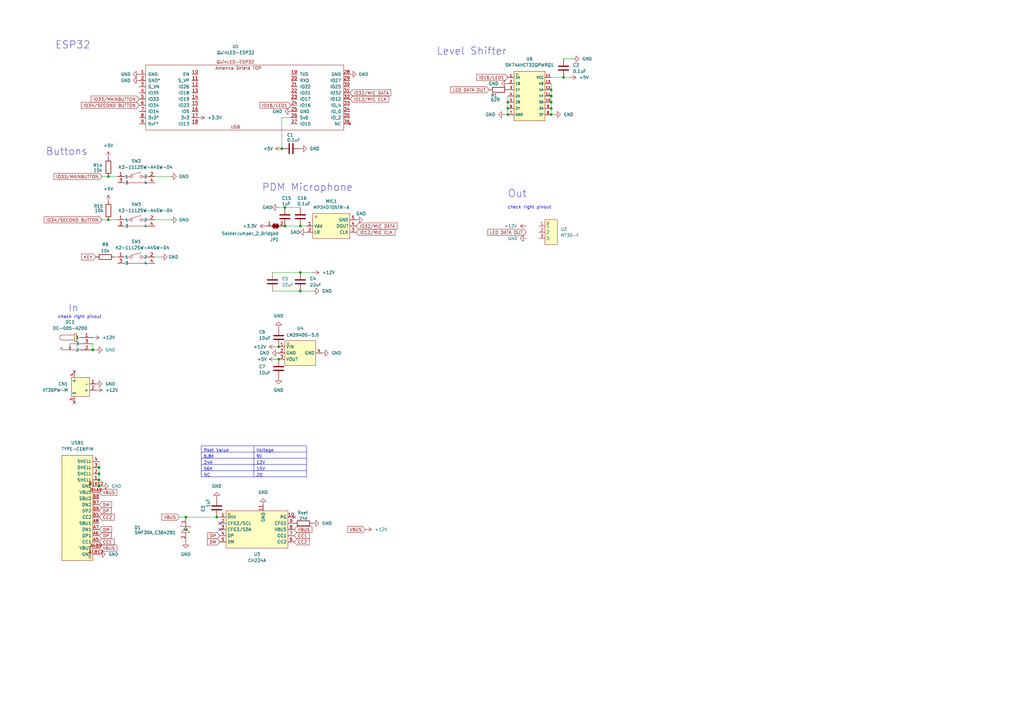
<source format=kicad_sch>
(kicad_sch (version 20250114) (generator "eeschema") (generator_version "9.0")
  (paper "A3")
  (lib_symbols
    (symbol "Device:C" (pin_numbers (hide yes)) (pin_names (offset 0.254))
      (property "Reference" "C" (at 0.635 2.54 0))
      (property "Value" "C" (at 0.635 -2.54 0))
      (symbol "C_0_1"
        (polyline (pts (xy -2.032 0.762) (xy 2.032 0.762)) (stroke (width 0.508)))
        (polyline (pts (xy -2.032 -0.762) (xy 2.032 -0.762)) (stroke (width 0.508)))
      )
      (symbol "C_1_1"
        (pin passive line (at 0 3.81 270) (length 2.794) (name "~") (number "1"))
        (pin passive line (at 0 -3.81 90) (length 2.794) (name "~") (number "2"))
      )
    )
    (symbol "Device:R" (pin_numbers (hide yes)) (pin_names (offset 0))
      (property "Reference" "R" (at 2.032 0 90))
      (property "Value" "R" (at 0 0 90))
      (symbol "R_0_1"
        (rectangle (start -1.016 -2.54) (end 1.016 2.54) (stroke (width 0.254)))
      )
      (symbol "R_1_1"
        (pin passive line (at 0 3.81 270) (length 1.27) (name "~") (number "1"))
        (pin passive line (at 0 -3.81 90) (length 1.27) (name "~") (number "2"))
      )
    )
    (symbol "GLOWINGKITTYPARTS:SN74AHCT32QPWRQ1"
      (property "Reference" "U" (at 0 1.27 0))
      (property "Value" "SN74AHCT32QPWRQ1" (at 0 -2.54 0))
      (symbol "SN74AHCT32QPWRQ1_0_0"
        (rectangle (start -6.35 -2.54) (end 6.35 -22.86) (fill (type background)))
        (circle (center -5.08 -3.81) (radius 0.381) (fill (type background)))
        (pin unspecified line (at -8.89 -5.08 0) (length 2.54) (name "1A") (number "1"))
        (pin unspecified line (at -8.89 -7.62 0) (length 2.54) (name "1B") (number "2"))
        (pin unspecified line (at -8.89 -10.16 0) (length 2.54) (name "1Y") (number "3"))
        (pin unspecified line (at -8.89 -12.7 0) (length 2.54) (name "2A") (number "4"))
        (pin unspecified line (at -8.89 -15.24 0) (length 2.54) (name "2B") (number "5"))
        (pin unspecified line (at -8.89 -17.78 0) (length 2.54) (name "2Y") (number "6"))
        (pin unspecified line (at -8.89 -20.32 0) (length 2.54) (name "GND") (number "7"))
        (pin unspecified line (at 8.89 -5.08 180) (length 2.54) (name "VCC") (number "14"))
        (pin unspecified line (at 8.89 -7.62 180) (length 2.54) (name "4B") (number "13"))
        (pin unspecified line (at 8.89 -10.16 180) (length 2.54) (name "4A") (number "12"))
        (pin unspecified line (at 8.89 -12.7 180) (length 2.54) (name "4Y") (number "11"))
        (pin unspecified line (at 8.89 -15.24 180) (length 2.54) (name "3B") (number "10"))
        (pin unspecified line (at 8.89 -17.78 180) (length 2.54) (name "3A") (number "9"))
        (pin unspecified line (at 8.89 -20.32 180) (length 2.54) (name "3Y") (number "8"))
      )
    )
    (symbol "GND_1" (power) (pin_numbers (hide yes)) (pin_names (offset 0) (hide yes))
      (property "Value" "GND" (at 0 -3.81 0))
      (symbol "GND_1_0_1"
        (polyline (pts (xy 0 0) (xy 0 -1.27) (xy 1.27 -1.27) (xy 0 -2.54) (xy -1.27 -1.27) (xy 0 -1.27)))
      )
      (symbol "GND_1_1_1"
        (pin power_in line (at 0 0 270) (length 0) (name "~") (number "1"))
      )
    )
    (symbol "Jumper:SolderJumper_2_Bridged" (pin_names (offset 0) (hide yes))
      (property "Reference" "JP" (at 0 2.032 0))
      (property "Value" "SolderJumper_2_Bridged" (at 0 -2.54 0))
      (symbol "SolderJumper_2_Bridged_0_1"
        (rectangle (start -0.508 0.508) (end 0.508 -0.508) (fill (type outline)))
        (polyline (pts (xy -0.254 1.016) (xy -0.254 -1.016)))
        (arc (start -0.254 -1.016) (mid -1.2656 0) (end -0.254 1.016))
        (arc (start -0.254 -1.016) (mid -1.2656 0) (end -0.254 1.016) (fill (type outline)))
        (arc (start 0.254 1.016) (mid 1.2656 0) (end 0.254 -1.016))
        (arc (start 0.254 1.016) (mid 1.2656 0) (end 0.254 -1.016) (fill (type outline)))
        (polyline (pts (xy 0.254 1.016) (xy 0.254 -1.016)))
      )
      (symbol "SolderJumper_2_Bridged_1_1"
        (pin passive line (at -3.81 0 0) (length 2.54) (name "A") (number "1"))
        (pin passive line (at 3.81 0 180) (length 2.54) (name "B") (number "2"))
      )
    )
    (symbol "easyeda2kicad:CH224A"
      (property "Reference" "U" (at 0 13.97 0))
      (property "Value" "CH224A" (at 0 -11.43 0))
      (symbol "CH224A_0_1"
        (rectangle (start -12.7 6.35) (end 12.7 -8.89) (fill (type background)))
        (circle (center -11.43 5.08) (radius 0.38))
        (pin unspecified line (at -15.24 3.81 0) (length 2.54) (name "VHV") (number "1"))
        (pin unspecified line (at -15.24 1.27 0) (length 2.54) (name "CFG2/SCL") (number "2"))
        (pin unspecified line (at -15.24 -1.27 0) (length 2.54) (name "CFG3/SDA") (number "3"))
        (pin unspecified line (at -15.24 -3.81 0) (length 2.54) (name "DP") (number "4"))
        (pin unspecified line (at -15.24 -6.35 0) (length 2.54) (name "DM") (number "5"))
        (pin unspecified line (at 2.54 8.89 270) (length 2.54) (name "GND") (number "11"))
        (pin unspecified line (at 15.24 3.81 180) (length 2.54) (name "PG") (number "10"))
        (pin unspecified line (at 15.24 1.27 180) (length 2.54) (name "CFG1") (number "9"))
        (pin unspecified line (at 15.24 -1.27 180) (length 2.54) (name "VBUS") (number "8"))
        (pin unspecified line (at 15.24 -3.81 180) (length 2.54) (name "CC1") (number "7"))
        (pin unspecified line (at 15.24 -6.35 180) (length 2.54) (name "CC2") (number "6"))
      )
    )
    (symbol "easyeda2kicad:DC-005-A200"
      (property "Reference" "DC1" (at -4.3011 8.89 0))
      (property "Value" "DC-005-A200" (at -4.3011 6.35 0))
      (symbol "DC-005-A200_0_1"
        (arc (start -7.62 1.52) (mid -8.6021 2.54) (end -7.62 3.56))
        (polyline (pts (xy -4.32 -2.54) (xy -4.06 -1.27)))
        (rectangle (start -2.54 4.06) (end -1.52 1.02) (fill (type background)))
        (polyline (pts (xy -2.54 3.56) (xy -7.62 3.56)))
        (polyline (pts (xy -2.54 1.52) (xy -7.62 1.52)))
        (polyline (pts (xy 0 2.54) (xy -1.52 2.54)))
        (polyline (pts (xy 0 0) (xy -4.32 0) (xy -4.32 -2.54) (xy -4.57 -1.27)))
        (polyline (pts (xy 0 -2.54) (xy -7.37 -2.54) (xy -7.87 -1.52) (xy -8.38 -2.54)))
        (pin unspecified line (at 5.08 2.54 180) (length 5.08) (name "1") (number "1"))
        (pin unspecified line (at 5.08 0 180) (length 5.08) (name "3") (number "3"))
        (pin unspecified line (at 5.08 -2.54 180) (length 5.08) (name "2") (number "2"))
      )
    )
    (symbol "easyeda2kicad:K2-1112SW-A4SW-04"
      (property "Reference" "SW" (at 0 5.08 0))
      (property "Value" "K2-1112SW-A4SW-04" (at 0 -7.62 0))
      (symbol "K2-1112SW-A4SW-04_0_1"
        (polyline (pts (xy -5.08 0) (xy -2.54 0)))
        (polyline (pts (xy -2.03 0.76) (xy 2.03 1.78) (xy 2.03 1.78)))
        (circle (center -2.03 0) (radius 0.51))
        (circle (center 2.03 0) (radius 0.51))
        (polyline (pts (xy 5.08 0) (xy 2.54 0)))
        (polyline (pts (xy 5.08 -2.54) (xy -5.08 -2.54)))
        (pin input line (at -7.62 0 0) (length 2.54) (name "1") (number "1"))
        (pin unspecified line (at -7.62 -2.54 0) (length 2.54) (name "3") (number "3"))
        (pin input line (at 7.62 0 180) (length 2.54) (name "2") (number "2"))
        (pin unspecified line (at 7.62 -2.54 180) (length 2.54) (name "4") (number "4"))
      )
    )
    (symbol "easyeda2kicad:LM2940S-5.0"
      (property "Reference" "U" (at 0 7.62 0))
      (property "Value" "LM2940S-5.0" (at 0 -7.62 0))
      (symbol "LM2940S-5.0_0_1"
        (rectangle (start -5.08 5.08) (end 7.62 -5.08) (fill (type background)))
        (circle (center -3.81 3.81) (radius 0.38))
        (pin unspecified line (at -7.62 2.54 0) (length 2.54) (name "VIN") (number "1"))
        (pin unspecified line (at -7.62 0 0) (length 2.54) (name "GND") (number "2"))
        (pin unspecified line (at -7.62 -2.54 0) (length 2.54) (name "VOUT") (number "3"))
        (pin unspecified line (at 10.16 0 180) (length 2.54) (name "GND") (number "4"))
      )
    )
    (symbol "easyeda2kicad:MP34DT05TR-A"
      (property "Reference" "MIC" (at 0 7.62 0))
      (property "Value" "MP34DT05TR-A" (at 0 -7.62 0))
      (symbol "MP34DT05TR-A_0_1"
        (rectangle (start -7.62 5.08) (end 7.62 -5.08) (fill (type background)))
        (circle (center -6.35 3.81) (radius 0.38))
        (pin unspecified line (at -10.16 0 0) (length 2.54) (name "Vdd") (number "1"))
        (pin unspecified line (at -10.16 -2.54 0) (length 2.54) (name "LR") (number "2"))
        (pin unspecified line (at 10.16 2.54 180) (length 2.54) (name "GND") (number "5"))
        (pin unspecified line (at 10.16 0 180) (length 2.54) (name "DOUT") (number "4"))
        (pin unspecified line (at 10.16 -2.54 180) (length 2.54) (name "CLK") (number "3"))
      )
    )
    (symbol "easyeda2kicad:MT30-F"
      (property "Reference" "U" (at 0 7.62 0))
      (property "Value" "MT30-F" (at 0 -7.62 0))
      (symbol "MT30-F_0_1"
        (rectangle (start 0 5.08) (end 5.08 -5.08) (fill (type background)))
        (circle (center 1.27 3.81) (radius 0.38))
        (pin unspecified line (at -2.54 2.54 0) (length 2.54) (name "1") (number "1"))
        (pin unspecified line (at -2.54 0 0) (length 2.54) (name "2") (number "2"))
        (pin unspecified line (at -2.54 -2.54 0) (length 2.54) (name "3") (number "3"))
      )
    )
    (symbol "easyeda2kicad:SMF30A_C364281"
      (property "Reference" "D" (at 0 5.08 0))
      (property "Value" "SMF30A_C364281" (at 0 -5.08 0))
      (symbol "SMF30A_C364281_0_1"
        (polyline (pts (xy -1.78 -2.03) (xy -1.27 -2.03) (xy -1.27 1.78) (xy -0.51 1.78)))
        (polyline (pts (xy 1.27 1.52) (xy -1.27 0) (xy 1.27 -1.78) (xy 1.27 1.52)) (fill (type background)))
        (pin unspecified line (at -5.08 0 0) (length 3.81) (name "K") (number "1"))
        (pin unspecified line (at 5.08 0 180) (length 3.81) (name "A") (number "2"))
      )
    )
    (symbol "easyeda2kicad:TYPE-C16PIN"
      (property "Reference" "USB" (at 0 24.13 0))
      (property "Value" "TYPE-C16PIN" (at 0 -24.13 0))
      (symbol "TYPE-C16PIN_0_1"
        (rectangle (start -6.35 21.59) (end 6.35 -21.59) (fill (type background)))
        (circle (center -5.08 20.32) (radius 0.38))
        (pin unspecified line (at -8.89 19.05 0) (length 2.54) (name "GND") (number "A1B12"))
        (pin unspecified line (at -8.89 16.51 0) (length 2.54) (name "VBUS") (number "A4B9"))
        (pin unspecified line (at -8.89 13.97 0) (length 2.54) (name "CC1") (number "A5"))
        (pin unspecified line (at -8.89 11.43 0) (length 2.54) (name "DP1") (number "A6"))
        (pin unspecified line (at -8.89 8.89 0) (length 2.54) (name "DN1") (number "A7"))
        (pin unspecified line (at -8.89 6.35 0) (length 2.54) (name "SBU1") (number "A8"))
        (pin unspecified line (at -8.89 3.81 0) (length 2.54) (name "CC2") (number "B5"))
        (pin unspecified line (at -8.89 1.27 0) (length 2.54) (name "DP2") (number "B6"))
        (pin unspecified line (at -8.89 -1.27 0) (length 2.54) (name "DN2") (number "B7"))
        (pin unspecified line (at -8.89 -3.81 0) (length 2.54) (name "SBU2") (number "B8"))
        (pin unspecified line (at -8.89 -6.35 0) (length 2.54) (name "VBUS") (number "B4A9"))
        (pin unspecified line (at -8.89 -8.89 0) (length 2.54) (name "GND") (number "B1A12"))
        (pin unspecified line (at -8.89 -11.43 0) (length 2.54) (name "SHELL") (number "1"))
        (pin unspecified line (at -8.89 -13.97 0) (length 2.54) (name "SHELL") (number "2"))
        (pin unspecified line (at -8.89 -16.51 0) (length 2.54) (name "SHELL") (number "3"))
        (pin unspecified line (at -8.89 -19.05 0) (length 2.54) (name "SHELL") (number "4"))
      )
    )
    (symbol "easyeda2kicad:XT30PW-M"
      (property "Reference" "CN" (at 0 10.16 0))
      (property "Value" "XT30PW-M" (at 0 -8.89 0))
      (symbol "XT30PW-M_0_1"
        (rectangle (start -3.81 2.54) (end 3.81 -5.08) (fill (type background)))
        (pin unspecified line (at -6.35 -3.81 0) (length 2.54) (name "4") (number "4"))
        (pin unspecified line (at -1.27 5.08 270) (length 2.54) (name "-") (number "1"))
        (pin unspecified line (at 1.27 5.08 270) (length 2.54) (name "+") (number "2"))
        (pin unspecified line (at 6.35 -3.81 180) (length 2.54) (name "3") (number "3"))
      )
    )
    (symbol "power:+12V" (power) (pin_numbers (hide yes)) (pin_names (offset 0) (hide yes))
      (property "Value" "+12V" (at 0 3.556 0))
      (symbol "+12V_0_1"
        (polyline (pts (xy -0.762 1.27) (xy 0 2.54)))
        (polyline (pts (xy 0 2.54) (xy 0.762 1.27)))
        (polyline (pts (xy 0 0) (xy 0 2.54)))
      )
      (symbol "+12V_1_1"
        (pin power_in line (at 0 0 90) (length 0) (name "~") (number "1"))
      )
    )
    (symbol "power:+3.3V" (power) (pin_names (offset 0))
      (property "Value" "+3.3V" (at 0 3.556 0))
      (symbol "+3.3V_0_1"
        (polyline (pts (xy -0.762 1.27) (xy 0 2.54)))
        (polyline (pts (xy 0 2.54) (xy 0.762 1.27)))
        (polyline (pts (xy 0 0) (xy 0 2.54)))
      )
      (symbol "+3.3V_1_1"
        (pin power_in line (at 0 0 90) (length 0) (hide yes) (name "+3.3V") (number "1"))
      )
    )
    (symbol "power:+5V" (power) (pin_names (offset 0))
      (property "Value" "+5V" (at 0 3.556 0))
      (symbol "+5V_0_1"
        (polyline (pts (xy -0.762 1.27) (xy 0 2.54)))
        (polyline (pts (xy 0 2.54) (xy 0.762 1.27)))
        (polyline (pts (xy 0 0) (xy 0 2.54)))
      )
      (symbol "+5V_1_1"
        (pin power_in line (at 0 0 90) (length 0) (hide yes) (name "+5V") (number "1"))
      )
    )
    (symbol "power:GND" (power) (pin_names (offset 0))
      (property "Value" "GND" (at 0 -3.81 0))
      (symbol "GND_0_1"
        (polyline (pts (xy 0 0) (xy 0 -1.27) (xy 1.27 -1.27) (xy 0 -2.54) (xy -1.27 -1.27) (xy 0 -1.27)))
      )
      (symbol "GND_1_1"
        (pin power_in line (at 0 0 270) (length 0) (hide yes) (name "GND") (number "1"))
      )
    )
    (symbol "quinled:QuinLED-ESP32" (pin_names (offset 1.016))
      (property "Reference" "U1" (at 57.15 3.81 0))
      (property "Value" "QuinLED-ESP32" (at 50.8 1.27 0))
      (symbol "QuinLED-ESP32_0_0"
        (rectangle (start 21.59 -3.81) (end 102.87 -30.48))
        (text "QuinLED-ESP32" (at 58.42 -2.54 0) (effects (font (size 1.27 1.27))))
        (text "USB" (at 58.42 -29.21 0) (effects (font (size 1.27 1.27))))
        (text "Antenna Shield TOP" (at 59.69 -5.08 0) (effects (font (size 1.27 1.27))))
      )
      (symbol "QuinLED-ESP32_1_1"
        (pin bidirectional line (at 19.05 -7.62 0) (length 2.54) (name "GND") (number "1"))
        (pin bidirectional line (at 19.05 -10.16 0) (length 2.54) (name "GND*") (number "2"))
        (pin input line (at 19.05 -12.7 0) (length 2.54) (name "S_VN") (number "3"))
        (pin bidirectional line (at 19.05 -15.24 0) (length 2.54) (name "IO35") (number "4"))
        (pin bidirectional line (at 19.05 -17.78 0) (length 2.54) (name "IO33") (number "5"))
        (pin bidirectional line (at 19.05 -20.32 0) (length 2.54) (name "IO34") (number "6"))
        (pin bidirectional line (at 19.05 -22.86 0) (length 2.54) (name "IO14") (number "7"))
        (pin output line (at 19.05 -25.4 0) (length 2.54) (name "3v3*") (number "8"))
        (pin output line (at 19.05 -27.94 0) (length 2.54) (name "5vF*") (number "9"))
        (pin input line (at 43.18 -7.62 180) (length 2.54) (name "EN") (number "10"))
        (pin input line (at 43.18 -10.16 180) (length 2.54) (name "S_VP") (number "11"))
        (pin bidirectional line (at 43.18 -12.7 180) (length 2.54) (name "IO26") (number "12"))
        (pin bidirectional line (at 43.18 -15.24 180) (length 2.54) (name "IO18") (number "13"))
        (pin bidirectional line (at 43.18 -17.78 180) (length 2.54) (name "IO19") (number "14"))
        (pin bidirectional line (at 43.18 -20.32 180) (length 2.54) (name "IO23") (number "15"))
        (pin bidirectional line (at 43.18 -22.86 180) (length 2.54) (name "IO5") (number "16"))
        (pin output line (at 43.18 -25.4 180) (length 2.54) (name "3v3") (number "17"))
        (pin bidirectional line (at 43.18 -27.94 180) (length 2.54) (name "IO13") (number "18"))
        (pin output line (at 81.28 -7.62 0) (length 2.54) (name "TXD") (number "19"))
        (pin input line (at 81.28 -10.16 0) (length 2.54) (name "RXD") (number "20"))
        (pin bidirectional line (at 81.28 -12.7 0) (length 2.54) (name "IO22") (number "21"))
        (pin bidirectional line (at 81.28 -15.24 0) (length 2.54) (name "IO21") (number "22"))
        (pin bidirectional line (at 81.28 -17.78 0) (length 2.54) (name "IO17") (number "23"))
        (pin bidirectional line (at 81.28 -20.32 0) (length 2.54) (name "IO16") (number "24"))
        (pin bidirectional line (at 81.28 -22.86 0) (length 2.54) (name "GND") (number "25"))
        (pin input line (at 81.28 -25.4 0) (length 2.54) (name "5v0") (number "26"))
        (pin bidirectional line (at 81.28 -27.94 0) (length 2.54) (name "IO15") (number "27"))
        (pin bidirectional line (at 105.41 -7.62 180) (length 2.54) (name "GND") (number "28"))
        (pin bidirectional line (at 105.41 -10.16 180) (length 2.54) (name "IO27") (number "29"))
        (pin bidirectional line (at 105.41 -12.7 180) (length 2.54) (name "IO25") (number "30"))
        (pin bidirectional line (at 105.41 -15.24 180) (length 2.54) (name "IO32") (number "31"))
        (pin bidirectional line (at 105.41 -17.78 180) (length 2.54) (name "IO12") (number "32"))
        (pin bidirectional line (at 105.41 -20.32 180) (length 2.54) (name "IO_4") (number "33"))
        (pin bidirectional line (at 105.41 -22.86 180) (length 2.54) (name "IO_0") (number "34"))
        (pin bidirectional line (at 105.41 -25.4 180) (length 2.54) (name "IO_2") (number "35"))
        (pin no_connect line (at 105.41 -27.94 180) (length 2.54) (name "NC") (number "36"))
      )
    )
  )
  (text "ESP32" (at 22.606 20.32 0) (effects (font (size 3 3)) (justify left bottom)))
  (text "Buttons\n" (at 18.796 64.008 0) (effects (font (size 3 3)) (justify left bottom)))
  (text "check right pinout\n" (at 217.17 85.09 0) (effects (font (size 1.27 1.27))))
  (text "check right pinout\n" (at 32.766 130.048 0) (effects (font (size 1.27 1.27))))
  (text "Level Shifter" (at 179.07 22.86 0) (effects (font (size 3 3)) (justify left bottom)))
  (text "PDM Microphone" (at 107.442 78.74 0) (effects (font (size 3 3)) (justify left bottom)))
  (text "In" (at 27.94 128.27 0) (effects (font (size 3 3)) (justify left bottom)))
  (text "Out" (at 208.28 81.28 0) (effects (font (size 3 3)) (justify left bottom)))
  (junction (at 40.64 199.39))
  (junction (at 44.45 72.39))
  (junction (at 226.06 46.99))
  (junction (at 226.06 44.45))
  (junction (at 123.19 111.76))
  (junction (at 76.2 212.09))
  (junction (at 115.57 60.96))
  (junction (at 38.1 143.51))
  (junction (at 116.84 92.71))
  (junction (at 226.06 39.37))
  (junction (at 226.06 41.91))
  (junction (at 231.14 31.75))
  (junction (at 114.3 147.32))
  (junction (at 123.19 119.38))
  (junction (at 226.06 36.83))
  (junction (at 40.64 191.77))
  (junction (at 40.64 194.31))
  (junction (at 208.28 44.45))
  (junction (at 40.64 196.85))
  (junction (at 44.45 90.17))
  (junction (at 88.9 212.09))
  (junction (at 114.3 142.24))
  (junction (at 116.84 85.09))
  (junction (at 208.28 41.91))
  (junction (at 123.19 92.71))
  (junction (at 208.28 46.99))
  (no_connect (at 90.17 214.63))
  (no_connect (at 30.48 152.4))
  (no_connect (at 90.17 217.17))
  (no_connect (at 30.48 165.1))
  (no_connect (at 120.65 212.09))
  (wire (pts (xy 226.06 31.75) (xy 231.14 31.75)))
  (wire (pts (xy 76.2 212.09) (xy 88.9 212.09)))
  (wire (pts (xy 44.45 72.39) (xy 48.26 72.39)))
  (wire (pts (xy 208.28 41.91) (xy 208.28 44.45)))
  (wire (pts (xy 226.06 36.83) (xy 226.06 39.37)))
  (wire (pts (xy 231.14 31.75) (xy 233.68 31.75)))
  (wire (pts (xy 226.06 39.37) (xy 226.06 41.91)))
  (wire (pts (xy 40.64 189.23) (xy 40.64 191.77)))
  (wire (pts (xy 111.76 119.38) (xy 123.19 119.38)))
  (wire (pts (xy 63.5 90.17) (xy 69.85 90.17)))
  (wire (pts (xy 123.19 92.71) (xy 125.73 92.71)))
  (wire (pts (xy 63.5 105.41) (xy 66.04 105.41)))
  (wire (pts (xy 46.99 105.41) (xy 48.26 105.41)))
  (wire (pts (xy 41.91 90.17) (xy 44.45 90.17)))
  (wire (pts (xy 207.01 46.99) (xy 208.28 46.99)))
  (wire (pts (xy 208.28 39.37) (xy 208.28 41.91)))
  (wire (pts (xy 38.1 140.97) (xy 38.1 143.51)))
  (wire (pts (xy 226.06 44.45) (xy 226.06 46.99)))
  (wire (pts (xy 116.84 85.09) (xy 123.19 85.09)))
  (wire (pts (xy 40.64 199.39) (xy 41.91 199.39)))
  (wire (pts (xy 73.66 212.09) (xy 76.2 212.09)))
  (wire (pts (xy 113.03 142.24) (xy 114.3 142.24)))
  (wire (pts (xy 123.19 119.38) (xy 128.27 119.38)))
  (wire (pts (xy 38.1 143.51) (xy 39.37 143.51)))
  (wire (pts (xy 44.45 90.17) (xy 48.26 90.17)))
  (wire (pts (xy 40.64 191.77) (xy 40.64 194.31)))
  (wire (pts (xy 227.33 46.99) (xy 226.06 46.99)))
  (wire (pts (xy 41.91 72.39) (xy 44.45 72.39)))
  (wire (pts (xy 111.76 111.76) (xy 123.19 111.76)))
  (wire (pts (xy 231.14 24.13) (xy 234.95 24.13)))
  (wire (pts (xy 113.03 147.32) (xy 114.3 147.32)))
  (wire (pts (xy 40.64 196.85) (xy 40.64 199.39)))
  (wire (pts (xy 226.06 34.29) (xy 226.06 36.83)))
  (wire (pts (xy 115.57 48.26) (xy 115.57 60.96)))
  (wire (pts (xy 114.3 85.09) (xy 116.84 85.09)))
  (wire (pts (xy 40.64 194.31) (xy 40.64 196.85)))
  (wire (pts (xy 226.06 41.91) (xy 226.06 44.45)))
  (wire (pts (xy 88.9 212.09) (xy 90.17 212.09)))
  (wire (pts (xy 208.28 44.45) (xy 208.28 46.99)))
  (wire (pts (xy 116.84 92.71) (xy 123.19 92.71)))
  (wire (pts (xy 119.38 48.26) (xy 115.57 48.26)))
  (wire (pts (xy 123.19 111.76) (xy 128.27 111.76)))
  (wire (pts (xy 63.5 72.39) (xy 69.85 72.39)))
  (table (column_count 2) (border (external yes) (header yes)) (separators (rows yes) (cols yes)) (column_widths 21.59 21.59) (row_heights 2.54 2.54 2.54 2.54 2.54) (cells (table_cell "Rset Value" (at 82.55 182.88 0) (size 21.59 2.54) (margins 0.9525 0.9525 0.9525 0.9525) (span 1 1)) (table_cell "Voltage" (at 104.14 182.88 0) (size 21.59 2.54) (margins 0.9525 0.9525 0.9525 0.9525) (span 1 1)) (table_cell "6.8K" (at 82.55 185.42 0) (size 21.59 2.54) (margins 0.9525 0.9525 0.9525 0.9525) (span 1 1)) (table_cell "9V" (at 104.14 185.42 0) (size 21.59 2.54) (margins 0.9525 0.9525 0.9525 0.9525) (span 1 1)) (table_cell "24K" (at 82.55 187.96 0) (size 21.59 2.54) (margins 0.9525 0.9525 0.9525 0.9525) (span 1 1)) (table_cell "12V" (at 104.14 187.96 0) (size 21.59 2.54) (margins 0.9525 0.9525 0.9525 0.9525) (span 1 1)) (table_cell "56K" (at 82.55 190.5 0) (size 21.59 2.54) (margins 0.9525 0.9525 0.9525 0.9525) (span 1 1)) (table_cell "15V" (at 104.14 190.5 0) (size 21.59 2.54) (margins 0.9525 0.9525 0.9525 0.9525) (span 1 1)) (table_cell "NC" (at 82.55 193.04 0) (size 21.59 2.54) (margins 0.9525 0.9525 0.9525 0.9525) (span 1 1)) (table_cell "20" (at 104.14 193.04 0) (size 21.59 2.54) (margins 0.9525 0.9525 0.9525 0.9525) (span 1 1))))
  (global_label "IO32{slash}MIC DATA" (shape input) (at 143.51 38.1 0) (property "Intersheetrefs" "${INTERSHEET_REFS}" (effects (hide yes))))
  (global_label "VBUS" (shape input) (at 40.64 201.93 0) (property "Intersheetrefs" "${INTERSHEET_REFS}" (effects (hide yes))))
  (global_label "DM" (shape input) (at 90.17 222.25 180) (property "Intersheetrefs" "${INTERSHEET_REFS}" (effects (hide yes))))
  (global_label "IO12{slash}MIC CLK" (shape input) (at 146.05 95.25 0) (property "Intersheetrefs" "${INTERSHEET_REFS}" (effects (hide yes))))
  (global_label "DM" (shape input) (at 40.64 207.01 0) (property "Intersheetrefs" "${INTERSHEET_REFS}" (effects (hide yes))))
  (global_label "DP" (shape input) (at 40.64 209.55 0) (property "Intersheetrefs" "${INTERSHEET_REFS}" (effects (hide yes))))
  (global_label "KEY" (shape input) (at 39.37 105.41 180) (property "Intersheetrefs" "${INTERSHEET_REFS}" (effects (hide yes))))
  (global_label "VBUS" (shape input) (at 40.64 224.79 0) (property "Intersheetrefs" "${INTERSHEET_REFS}" (effects (hide yes))))
  (global_label "CC2" (shape input) (at 120.65 222.25 0) (property "Intersheetrefs" "${INTERSHEET_REFS}" (effects (hide yes))))
  (global_label "IO12{slash}MIC CLK" (shape input) (at 143.51 40.64 0) (property "Intersheetrefs" "${INTERSHEET_REFS}" (effects (hide yes))))
  (global_label "IO34{slash}SECOND BUTTON" (shape input) (at 57.15 43.18 180) (property "Intersheetrefs" "${INTERSHEET_REFS}" (effects (hide yes))))
  (global_label "VBUS" (shape input) (at 120.65 217.17 0) (property "Intersheetrefs" "${INTERSHEET_REFS}" (effects (hide yes))))
  (global_label "IO32{slash}MIC DATA" (shape input) (at 146.05 92.71 0) (property "Intersheetrefs" "${INTERSHEET_REFS}" (effects (hide yes))))
  (global_label "VBUS" (shape input) (at 73.66 212.09 180) (property "Intersheetrefs" "${INTERSHEET_REFS}" (effects (hide yes))))
  (global_label "VBUS" (shape input) (at 149.86 217.17 180) (property "Intersheetrefs" "${INTERSHEET_REFS}" (effects (hide yes))))
  (global_label "CC1" (shape input) (at 40.64 222.25 0) (property "Intersheetrefs" "${INTERSHEET_REFS}" (effects (hide yes))))
  (global_label "IO33{slash}MAINBUTTON" (shape input) (at 41.91 72.39 180) (property "Intersheetrefs" "${INTERSHEET_REFS}" (effects (hide yes))))
  (global_label "DP" (shape input) (at 90.17 219.71 180) (property "Intersheetrefs" "${INTERSHEET_REFS}" (effects (hide yes))))
  (global_label "CC1" (shape input) (at 120.65 219.71 0) (property "Intersheetrefs" "${INTERSHEET_REFS}" (effects (hide yes))))
  (global_label "DP" (shape input) (at 40.64 219.71 0) (property "Intersheetrefs" "${INTERSHEET_REFS}" (effects (hide yes))))
  (global_label "IO16{slash}LED1" (shape input) (at 208.28 31.75 180) (property "Intersheetrefs" "${INTERSHEET_REFS}" (effects (hide yes))))
  (global_label "LED DATA OUT" (shape input) (at 215.9 95.25 180) (property "Intersheetrefs" "${INTERSHEET_REFS}" (effects (hide yes))))
  (global_label "LED DATA OUT" (shape input) (at 200.66 36.83 180) (property "Intersheetrefs" "${INTERSHEET_REFS}" (effects (hide yes))))
  (global_label "IO34{slash}SECOND BUTTON" (shape input) (at 41.91 90.17 180) (property "Intersheetrefs" "${INTERSHEET_REFS}" (effects (hide yes))))
  (global_label "CC2" (shape input) (at 40.64 212.09 0) (property "Intersheetrefs" "${INTERSHEET_REFS}" (effects (hide yes))))
  (global_label "IO16{slash}LED1" (shape input) (at 119.38 43.18 180) (property "Intersheetrefs" "${INTERSHEET_REFS}" (effects (hide yes))))
  (global_label "DM" (shape input) (at 40.64 217.17 0) (property "Intersheetrefs" "${INTERSHEET_REFS}" (effects (hide yes))))
  (global_label "IO33{slash}MAINBUTTON" (shape input) (at 57.15 40.64 180) (property "Intersheetrefs" "${INTERSHEET_REFS}" (effects (hide yes))))
  (symbol (lib_id "easyeda2kicad:MP34DT05TR-A") (at 135.89 92.71 0) (unit 1)
    (property "Reference" "MIC1" (at 135.89 82.55 0))
    (property "Value" "MP34DT05TR-A" (at 135.89 85.09 0))
    (property "Footprint" "easyeda2kicad:MIC-SMD_5P-L3.0-W4.0-P0.85-BL" (effects (hide yes)))
    (property "LCSC Part" "C2688664" (effects (hide yes)))
  )
  (symbol (lib_id "power:GND") (at 208.28 34.29 270) (unit 1)
    (property "Reference" "#PWR0109" (effects (hide yes)))
    (property "Value" "GND" (at 204.47 34.2899 90) (effects (justify right)))
  )
  (symbol (lib_id "power:+12V") (at 39.37 160.02 270) (unit 1)
    (property "Reference" "#PWR09" (effects (hide yes)))
    (property "Value" "+12V" (at 43.18 160.0199 90) (effects (justify left)))
    (property "Description" "Power symbol creates a global label with name \"+12V\"" (effects (hide yes)))
  )
  (symbol (lib_id "easyeda2kicad:SMF30A_C364281") (at 76.2 217.17 270) (unit 1)
    (property "Reference" "D1" (at 55.118 216.408 90) (effects (justify left)))
    (property "Value" "SMF30A_C364281" (at 55.118 218.44 90) (effects (justify left)))
    (property "Footprint" "easyeda2kicad:SOD-123_L2.6-W1.6-LS3.5-RD" (effects (hide yes)))
    (property "Datasheet" "https://lcsc.com/product-detail/Others_MDD-Jiangsu-Yutai-Elec-SMF30A_C364281.html" (effects (hide yes)))
    (property "LCSC Part" "C364281" (effects (hide yes)))
  )
  (symbol (lib_id "power:GND") (at 114.3 144.78 270) (unit 1)
    (property "Reference" "#PWR016" (effects (hide yes)))
    (property "Value" "GND" (at 110.49 144.7799 90) (effects (justify right)))
  )
  (symbol (lib_id "power:+3.3V") (at 81.28 48.26 270) (unit 1)
    (property "Reference" "#PWR013" (effects (hide yes)))
    (property "Value" "+3.3V" (at 85.09 48.2599 90) (effects (justify left)))
  )
  (symbol (lib_id "power:GND") (at 125.73 95.25 270) (unit 1)
    (property "Reference" "#PWR027" (effects (hide yes)))
    (property "Value" "GND" (at 123.19 95.25 90) (effects (justify right)))
  )
  (symbol (lib_id "power:GND") (at 66.04 105.41 90) (unit 1)
    (property "Reference" "#PWR010" (effects (hide yes)))
    (property "Value" "GND" (at 71.12 105.41 90))
  )
  (symbol (lib_id "power:+5V") (at 113.03 147.32 90) (unit 1)
    (property "Reference" "#PWR017" (effects (hide yes)))
    (property "Value" "+5V" (at 105.41 147.32 90) (effects (justify right)))
  )
  (symbol (lib_id "power:GND") (at 69.85 90.17 90) (mirror x) (unit 1)
    (property "Reference" "#PWR030" (effects (hide yes)))
    (property "Value" "GND" (at 77.47 90.17 90) (effects (justify left)))
  )
  (symbol (lib_id "quinled:QuinLED-ESP32") (at 38.1 22.86 0) (unit 1)
    (property "Reference" "U1" (at 95.25 19.05 0) (effects (justify left)))
    (property "Value" "QuinLED-ESP32" (at 88.9 21.59 0) (effects (justify left)))
    (property "Footprint" "quinled:QuinLED-ESP32" (effects (hide yes)))
  )
  (symbol (lib_id "Device:R") (at 44.45 86.36 180) (unit 1)
    (property "Reference" "R15" (at 40.386 84.582 0))
    (property "Value" "10k" (at 40.64 86.36 0))
    (property "Footprint" "Resistor_SMD:R_0603_1608Metric_Pad0.98x0.95mm_HandSolder" (effects (hide yes)))
  )
  (symbol (lib_id "Device:C") (at 231.14 27.94 0) (unit 1)
    (property "Reference" "C2" (at 234.95 26.6699 0) (effects (justify left)))
    (property "Value" "0.1uF" (at 234.95 29.2099 0) (effects (justify left)))
    (property "Footprint" "Capacitor_SMD:C_0603_1608Metric_Pad1.08x0.95mm_HandSolder" (effects (hide yes)))
  )
  (symbol (lib_id "power:+5V") (at 44.45 64.77 0) (unit 1)
    (property "Reference" "#PWR018" (effects (hide yes)))
    (property "Value" "+5V" (at 44.45 59.69 0))
  )
  (symbol (lib_id "power:GND") (at 119.38 45.72 270) (unit 1)
    (property "Reference" "#PWR0139" (effects (hide yes)))
    (property "Value" "GND" (at 111.76 45.72 90) (effects (justify left)))
  )
  (symbol (lib_id "power:+12V") (at 128.27 111.76 270) (unit 1)
    (property "Reference" "#PWR08" (effects (hide yes)))
    (property "Value" "+12V" (at 132.08 111.7599 90) (effects (justify left)))
    (property "Description" "Power symbol creates a global label with name \"+12V\"" (effects (hide yes)))
  )
  (symbol (lib_id "power:+5V") (at 233.68 31.75 270) (unit 1)
    (property "Reference" "#PWR0106" (effects (hide yes)))
    (property "Value" "+5V" (at 237.49 31.7499 90) (effects (justify left)))
  )
  (symbol (lib_id "power:+5V") (at 44.45 82.55 0) (unit 1)
    (property "Reference" "#PWR029" (effects (hide yes)))
    (property "Value" "+5V" (at 44.45 77.47 0))
  )
  (symbol (lib_name "GND_1") (lib_id "power:GND") (at 128.27 214.63 90) (unit 1)
    (property "Reference" "#PWR07" (effects (hide yes)))
    (property "Value" "GND" (at 132.08 214.6299 90) (effects (justify right)))
    (property "Description" "Power symbol creates a global label with name \"GND\" , ground" (effects (hide yes)))
  )
  (symbol (lib_id "Device:C") (at 116.84 88.9 0) (unit 1)
    (property "Reference" "C15" (at 115.57 81.28 0) (effects (justify left)))
    (property "Value" "1uF" (at 115.57 83.566 0) (effects (justify left)))
    (property "Footprint" "Capacitor_SMD:C_0603_1608Metric_Pad1.08x0.95mm_HandSolder" (effects (hide yes)))
  )
  (symbol (lib_id "power:GND") (at 234.95 24.13 90) (unit 1)
    (property "Reference" "#PWR0105" (effects (hide yes)))
    (property "Value" "GND" (at 238.76 24.1299 90) (effects (justify right)))
  )
  (symbol (lib_id "power:GND") (at 123.19 60.96 90) (unit 1)
    (property "Reference" "#PWR0103" (effects (hide yes)))
    (property "Value" "GND" (at 127 60.9599 90) (effects (justify right)))
  )
  (symbol (lib_id "easyeda2kicad:K2-1112SW-A4SW-04") (at 55.88 90.17 0) (unit 1)
    (property "Reference" "SW3" (at 55.88 83.82 0))
    (property "Value" "K2-1112SW-A4SW-04" (at 59.69 86.36 0))
    (property "Footprint" "easyeda2kicad:KEY-TH_K2-1112SW-AXXW-XX" (effects (hide yes)))
    (property "Datasheet" "https://lcsc.com/product-detail/Tactile-Switches_Korean-Hroparts-Elec-K2-1112SW-A4SW-04_C223811.html" (effects (hide yes)))
    (property "LCSC Part" "C223811" (effects (hide yes)))
  )
  (symbol (lib_name "GND_1") (lib_id "power:GND") (at 40.64 227.33 90) (unit 1)
    (property "Reference" "#PWR03" (effects (hide yes)))
    (property "Value" "GND" (at 44.45 227.3299 90) (effects (justify right)))
    (property "Description" "Power symbol creates a global label with name \"GND\" , ground" (effects (hide yes)))
  )
  (symbol (lib_id "GLOWINGKITTYPARTS:SN74AHCT32QPWRQ1") (at 217.17 26.67 0) (unit 1)
    (property "Reference" "U6" (at 217.17 24.13 0))
    (property "Value" "SN74AHCT32QPWRQ1" (at 217.17 26.67 0))
    (property "Footprint" "footprint:TSSOP-14_L5.0-W4.4-P0.65-LS6.5-BL" (effects (hide yes)))
    (property "Datasheet" "https://item.szlcsc.com/209060.html" (effects (hide yes)))
    (property "LCSC #" "C507218" (effects (hide yes)))
  )
  (symbol (lib_id "power:+3.3V") (at 109.22 92.71 90) (unit 1)
    (property "Reference" "#PWR019" (effects (hide yes)))
    (property "Value" "+3.3V" (at 105.41 92.71 90) (effects (justify left)))
  )
  (symbol (lib_id "Device:C") (at 114.3 138.43 180) (unit 1)
    (property "Reference" "C6" (at 106.172 136.144 0) (effects (justify right)))
    (property "Value" "10uF" (at 106.172 138.684 0) (effects (justify right)))
    (property "Footprint" "Capacitor_SMD:C_0805_2012Metric_Pad1.18x1.45mm_HandSolder" (effects (hide yes)))
    (property "Description" "Unpolarized capacitor" (effects (hide yes)))
  )
  (symbol (lib_id "Device:C") (at 123.19 88.9 0) (unit 1)
    (property "Reference" "C16" (at 121.92 81.28 0) (effects (justify left)))
    (property "Value" "0.1uF" (at 121.92 83.566 0) (effects (justify left)))
    (property "Footprint" "Capacitor_SMD:C_0603_1608Metric_Pad1.08x0.95mm_HandSolder" (effects (hide yes)))
  )
  (symbol (lib_id "Device:C") (at 114.3 151.13 180) (unit 1)
    (property "Reference" "C7" (at 106.172 150.368 0) (effects (justify right)))
    (property "Value" "10uF" (at 106.172 152.908 0) (effects (justify right)))
    (property "Footprint" "Capacitor_SMD:C_0805_2012Metric_Pad1.18x1.45mm_HandSolder" (effects (hide yes)))
    (property "Description" "Unpolarized capacitor" (effects (hide yes)))
  )
  (symbol (lib_id "power:+12V") (at 215.9 92.71 90) (unit 1)
    (property "Reference" "#PWR01" (effects (hide yes)))
    (property "Value" "+12V" (at 212.09 92.7099 90) (effects (justify left)))
    (property "Description" "Power symbol creates a global label with name \"+12V\"" (effects (hide yes)))
  )
  (symbol (lib_name "GND_1") (lib_id "power:GND") (at 76.2 222.25 0) (unit 1)
    (property "Reference" "#PWR06" (effects (hide yes)))
    (property "Value" "GND" (at 76.2 227.33 0))
    (property "Description" "Power symbol creates a global label with name \"GND\" , ground" (effects (hide yes)))
  )
  (symbol (lib_id "power:GND") (at 227.33 46.99 90) (unit 1)
    (property "Reference" "#PWR0107" (effects (hide yes)))
    (property "Value" "GND" (at 231.14 46.9899 90) (effects (justify right)))
  )
  (symbol (lib_id "Device:C") (at 123.19 115.57 0) (unit 1)
    (property "Reference" "C4" (at 127 114.2999 0) (effects (justify left)))
    (property "Value" "22uF" (at 127 116.8399 0) (effects (justify left)))
    (property "Footprint" "Capacitor_SMD:C_0805_2012Metric_Pad1.18x1.45mm_HandSolder" (effects (hide yes)))
    (property "Description" "Unpolarized capacitor" (effects (hide yes)))
  )
  (symbol (lib_id "easyeda2kicad:K2-1112SW-A4SW-04") (at 55.88 72.39 0) (unit 1)
    (property "Reference" "SW2" (at 55.88 66.04 0))
    (property "Value" "K2-1112SW-A4SW-04" (at 59.69 68.58 0))
    (property "Footprint" "easyeda2kicad:KEY-TH_K2-1112SW-AXXW-XX" (effects (hide yes)))
    (property "Datasheet" "https://lcsc.com/product-detail/Tactile-Switches_Korean-Hroparts-Elec-K2-1112SW-A4SW-04_C223811.html" (effects (hide yes)))
    (property "LCSC Part" "C223811" (effects (hide yes)))
  )
  (symbol (lib_id "power:GND") (at 57.15 33.02 270) (unit 1)
    (property "Reference" "#PWR0137" (effects (hide yes)))
    (property "Value" "GND" (at 49.53 33.02 90) (effects (justify left)))
  )
  (symbol (lib_name "GND_1") (lib_id "power:GND") (at 88.9 204.47 180) (unit 1)
    (property "Reference" "#PWR05" (effects (hide yes)))
    (property "Value" "GND" (at 88.9 199.39 0))
    (property "Description" "Power symbol creates a global label with name \"GND\" , ground" (effects (hide yes)))
  )
  (symbol (lib_id "Jumper:SolderJumper_2_Bridged") (at 113.03 92.71 0) (unit 1)
    (property "Reference" "JP1" (at 112.522 98.298 0))
    (property "Value" "SolderJumper_2_Bridged" (at 102.616 95.758 0))
    (property "Footprint" "Jumper:SolderJumper-2_P1.3mm_Bridged_RoundedPad1.0x1.5mm" (effects (hide yes)))
  )
  (symbol (lib_id "easyeda2kicad:XT30PW-M") (at 34.29 158.75 270) (unit 1)
    (property "Reference" "CN1" (at 27.94 157.4799 90) (effects (justify right)))
    (property "Value" "XT30PW-M" (at 27.94 160.0199 90) (effects (justify right)))
    (property "Footprint" "easyeda2kicad:CONN-TH_XT30PW-M" (effects (hide yes)))
    (property "Datasheet" "https://lcsc.com/product-detail/New-Arrivals_Changzhou-Amass-Elec-XT30PW-MMale-head_C431092.html" (effects (hide yes)))
    (property "LCSC Part" "C431092" (effects (hide yes)))
  )
  (symbol (lib_id "power:GND") (at 114.3 134.62 180) (unit 1)
    (property "Reference" "#PWR021" (effects (hide yes)))
    (property "Value" "GND" (at 114.3 129.54 0))
  )
  (symbol (lib_id "power:GND") (at 114.3 85.09 270) (unit 1)
    (property "Reference" "#PWR026" (effects (hide yes)))
    (property "Value" "GND" (at 111.76 85.09 90) (effects (justify right)))
  )
  (symbol (lib_id "Device:R") (at 43.18 105.41 90) (unit 1)
    (property "Reference" "R9" (at 43.18 100.33 90))
    (property "Value" "10k" (at 43.18 102.87 90))
    (property "Footprint" "Resistor_SMD:R_0603_1608Metric_Pad0.98x0.95mm_HandSolder" (effects (hide yes)))
  )
  (symbol (lib_id "Device:R") (at 204.47 36.83 90) (unit 1)
    (property "Reference" "R1" (at 202.692 39.116 90))
    (property "Value" "62R" (at 203.2 40.894 90))
    (property "Footprint" "Resistor_SMD:R_0603_1608Metric_Pad0.98x0.95mm_HandSolder" (effects (hide yes)))
  )
  (symbol (lib_id "power:+12V") (at 113.03 142.24 90) (unit 1)
    (property "Reference" "#PWR015" (effects (hide yes)))
    (property "Value" "+12V" (at 109.22 142.2399 90) (effects (justify left)))
    (property "Description" "Power symbol creates a global label with name \"+12V\"" (effects (hide yes)))
  )
  (symbol (lib_id "power:GND") (at 57.15 30.48 270) (unit 1)
    (property "Reference" "#PWR0138" (effects (hide yes)))
    (property "Value" "GND" (at 49.53 30.48 90) (effects (justify left)))
  )
  (symbol (lib_id "power:GND") (at 146.05 90.17 90) (unit 1)
    (property "Reference" "#PWR028" (effects (hide yes)))
    (property "Value" "GND" (at 146.05 87.63 90) (effects (justify right)))
  )
  (symbol (lib_id "easyeda2kicad:TYPE-C16PIN") (at 31.75 208.28 180) (unit 1)
    (property "Reference" "USB1" (at 31.75 181.61 0))
    (property "Value" "TYPE-C16PIN" (at 31.75 184.15 0))
    (property "Footprint" "easyeda2kicad:USB-C-SMD_TYPE-C16PIN" (effects (hide yes)))
    (property "Datasheet" "https://lcsc.com/product-detail/USB-Connectors_SHOU-HAN-TYPE-C16PIN_C393939.html" (effects (hide yes)))
    (property "LCSC Part" "C393939" (effects (hide yes)))
  )
  (symbol (lib_id "easyeda2kicad:K2-1112SW-A4SW-04") (at 55.88 105.41 0) (unit 1)
    (property "Reference" "SW1" (at 55.88 99.06 0))
    (property "Value" "K2-1112SW-A4SW-04" (at 58.42 101.6 0))
    (property "Footprint" "easyeda2kicad:KEY-TH_K2-1112SW-AXXW-XX" (effects (hide yes)))
    (property "Datasheet" "https://lcsc.com/product-detail/Tactile-Switches_Korean-Hroparts-Elec-K2-1112SW-A4SW-04_C223811.html" (effects (hide yes)))
    (property "LCSC Part" "C223811" (effects (hide yes)))
  )
  (symbol (lib_id "power:GND") (at 215.9 97.79 270) (mirror x) (unit 1)
    (property "Reference" "#PWR022" (effects (hide yes)))
    (property "Value" "GND" (at 208.28 97.79 90) (effects (justify left)))
  )
  (symbol (lib_id "power:GND") (at 69.85 72.39 90) (mirror x) (unit 1)
    (property "Reference" "#PWR0215" (effects (hide yes)))
    (property "Value" "GND" (at 77.47 72.39 90) (effects (justify left)))
  )
  (symbol (lib_id "power:GND") (at 143.51 30.48 90) (unit 1)
    (property "Reference" "#PWR0140" (effects (hide yes)))
    (property "Value" "GND" (at 151.13 30.48 90) (effects (justify left)))
  )
  (symbol (lib_id "Device:C") (at 119.38 60.96 90) (unit 1)
    (property "Reference" "C1" (at 120.396 55.372 90) (effects (justify left)))
    (property "Value" "0.1uF" (at 123.19 57.404 90) (effects (justify left)))
    (property "Footprint" "Capacitor_SMD:C_0603_1608Metric_Pad1.08x0.95mm_HandSolder" (effects (hide yes)))
  )
  (symbol (lib_id "easyeda2kicad:LM2940S-5.0") (at 121.92 144.78 0) (unit 1)
    (property "Reference" "U4" (at 123.19 134.62 0))
    (property "Value" "LM2940S-5.0" (at 124.206 137.414 0))
    (property "Footprint" "easyeda2kicad:SOT-223-3_L6.5-W3.4-P2.30-LS7.0-BR" (effects (hide yes)))
    (property "Datasheet" "https://lcsc.com/product-detail/Low-Dropout-Regulators-LDO_HTC-Korea-TAEJIN-Tech-LM2940S-5-0_C596334.html" (effects (hide yes)))
    (property "LCSC Part" "C596334" (effects (hide yes)))
  )
  (symbol (lib_id "Device:R") (at 124.46 214.63 270) (unit 1)
    (property "Reference" "Rset" (at 124.206 210.312 90))
    (property "Value" "24k" (at 124.46 212.598 90))
    (property "Footprint" "Resistor_SMD:R_0603_1608Metric_Pad0.98x0.95mm_HandSolder" (effects (hide yes)))
  )
  (symbol (lib_id "Device:R") (at 44.45 68.58 180) (unit 1)
    (property "Reference" "R14" (at 40.132 67.818 0))
    (property "Value" "10k" (at 40.132 69.85 0))
    (property "Footprint" "Resistor_SMD:R_0603_1608Metric_Pad0.98x0.95mm_HandSolder" (effects (hide yes)))
  )
  (symbol (lib_id "power:GND") (at 207.01 46.99 270) (unit 1)
    (property "Reference" "#PWR0108" (effects (hide yes)))
    (property "Value" "GND" (at 203.2 46.9899 90) (effects (justify right)))
  )
  (symbol (lib_id "power:GND") (at 128.27 119.38 90) (unit 1)
    (property "Reference" "#PWR0151" (effects (hide yes)))
    (property "Value" "GND" (at 132.08 119.3799 90) (effects (justify right)))
  )
  (symbol (lib_name "GND_1") (lib_id "power:GND") (at 107.95 207.01 180) (unit 1)
    (property "Reference" "#PWR04" (effects (hide yes)))
    (property "Value" "GND" (at 107.95 201.93 0))
    (property "Description" "Power symbol creates a global label with name \"GND\" , ground" (effects (hide yes)))
  )
  (symbol (lib_id "easyeda2kicad:CH224A") (at 105.41 215.9 0) (unit 1)
    (property "Reference" "U3" (at 105.41 227.33 0))
    (property "Value" "CH224A" (at 105.41 229.87 0))
    (property "Footprint" "easyeda2kicad:ESSOP-10_L4.9-W3.9-P1.0-LS6.0-TL-EP" (effects (hide yes)))
    (property "LCSC Part" "C42459160" (effects (hide yes)))
  )
  (symbol (lib_name "GND_1") (lib_id "power:GND") (at 41.91 199.39 90) (unit 1)
    (property "Reference" "#PWR02" (effects (hide yes)))
    (property "Value" "GND" (at 45.72 199.3899 90) (effects (justify right)))
    (property "Description" "Power symbol creates a global label with name \"GND\" , ground" (effects (hide yes)))
  )
  (symbol (lib_id "easyeda2kicad:MT30-F") (at 223.52 95.25 0) (unit 1)
    (property "Reference" "U2" (at 229.87 93.9799 0) (effects (justify left)))
    (property "Value" "MT30-F" (at 229.87 96.5199 0) (effects (justify left)))
    (property "Footprint" "easyeda2kicad:CONN-TH_MT30-M" (effects (hide yes)))
    (property "LCSC Part" "C99902" (effects (hide yes)))
  )
  (symbol (lib_id "power:+12V") (at 149.86 217.17 270) (unit 1)
    (property "Reference" "#PWR024" (effects (hide yes)))
    (property "Value" "+12V" (at 153.67 217.1699 90) (effects (justify left)))
    (property "Description" "Power symbol creates a global label with name \"+12V\"" (effects (hide yes)))
  )
  (symbol (lib_id "power:+12V") (at 38.1 138.43 270) (unit 1)
    (property "Reference" "#PWR014" (effects (hide yes)))
    (property "Value" "+12V" (at 41.91 138.4299 90) (effects (justify left)))
    (property "Description" "Power symbol creates a global label with name \"+12V\"" (effects (hide yes)))
  )
  (symbol (lib_id "power:GND") (at 39.37 157.48 90) (unit 1)
    (property "Reference" "#PWR011" (effects (hide yes)))
    (property "Value" "GND" (at 43.18 157.4799 90) (effects (justify right)))
  )
  (symbol (lib_id "easyeda2kicad:DC-005-A200") (at 33.02 140.97 0) (unit 1)
    (property "Reference" "DC1" (at 28.7189 132.08 0))
    (property "Value" "DC-005-A200" (at 28.7189 134.62 0))
    (property "Footprint" "easyeda2kicad:DC-IN-TH_DC-005-A200" (effects (hide yes)))
    (property "LCSC Part" "C720557" (effects (hide yes)))
  )
  (symbol (lib_id "power:+5V") (at 115.57 60.96 90) (unit 1)
    (property "Reference" "#PWR0104" (effects (hide yes)))
    (property "Value" "+5V" (at 107.95 60.96 90) (effects (justify right)))
  )
  (symbol (lib_id "power:GND") (at 39.37 143.51 90) (unit 1)
    (property "Reference" "#PWR012" (effects (hide yes)))
    (property "Value" "GND" (at 43.18 143.5099 90) (effects (justify right)))
  )
  (symbol (lib_id "Device:C") (at 88.9 208.28 180) (unit 1)
    (property "Reference" "C3" (at 83.312 207.264 90) (effects (justify left)))
    (property "Value" "1uF" (at 85.344 204.47 90) (effects (justify left)))
    (property "Footprint" "Capacitor_SMD:C_0603_1608Metric_Pad1.08x0.95mm_HandSolder" (effects (hide yes)))
  )
  (symbol (lib_id "power:GND") (at 132.08 144.78 90) (unit 1)
    (property "Reference" "#PWR020" (effects (hide yes)))
    (property "Value" "GND" (at 135.89 144.7799 90) (effects (justify right)))
  )
  (symbol (lib_id "power:GND") (at 114.3 154.94 0) (unit 1)
    (property "Reference" "#PWR023" (effects (hide yes)))
    (property "Value" "GND" (at 114.3 160.02 0))
  )
  (symbol (lib_id "Device:C") (at 111.76 115.57 0) (unit 1)
    (property "Reference" "C5" (at 115.57 114.2999 0) (effects (justify left)))
    (property "Value" "22uF" (at 115.57 116.8399 0) (effects (justify left)))
    (property "Footprint" "Capacitor_SMD:C_0805_2012Metric_Pad1.18x1.45mm_HandSolder" (effects (hide yes)))
    (property "Description" "Unpolarized capacitor" (effects (hide yes)))
  )
)
</source>
